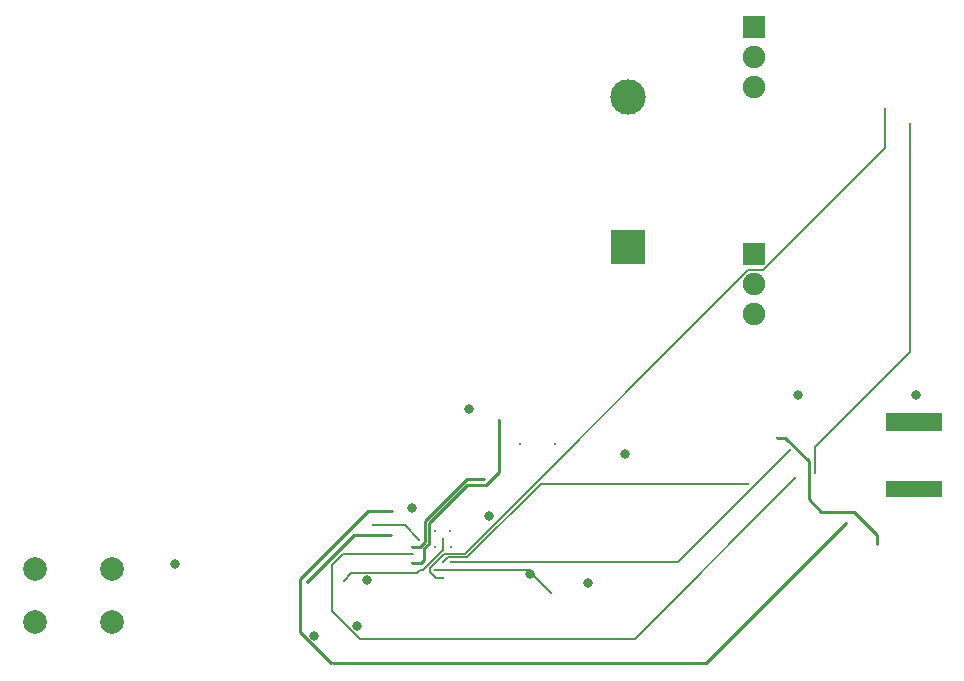
<source format=gbr>
%TF.GenerationSoftware,KiCad,Pcbnew,6.0.9-8da3e8f707~117~ubuntu22.04.1*%
%TF.CreationDate,2022-12-19T03:44:25-03:00*%
%TF.ProjectId,kiproject,6b697072-6f6a-4656-9374-2e6b69636164,rev?*%
%TF.SameCoordinates,Original*%
%TF.FileFunction,Copper,L4,Bot*%
%TF.FilePolarity,Positive*%
%FSLAX46Y46*%
G04 Gerber Fmt 4.6, Leading zero omitted, Abs format (unit mm)*
G04 Created by KiCad (PCBNEW 6.0.9-8da3e8f707~117~ubuntu22.04.1) date 2022-12-19 03:44:25*
%MOMM*%
%LPD*%
G01*
G04 APERTURE LIST*
%TA.AperFunction,ComponentPad*%
%ADD10C,2.000000*%
%TD*%
%TA.AperFunction,ComponentPad*%
%ADD11R,3.000000X3.000000*%
%TD*%
%TA.AperFunction,ComponentPad*%
%ADD12C,3.000000*%
%TD*%
%TA.AperFunction,ComponentPad*%
%ADD13R,1.905000X1.905000*%
%TD*%
%TA.AperFunction,ComponentPad*%
%ADD14C,1.905000*%
%TD*%
%TA.AperFunction,SMDPad,CuDef*%
%ADD15R,4.700000X1.350000*%
%TD*%
%TA.AperFunction,SMDPad,CuDef*%
%ADD16R,4.700000X1.500000*%
%TD*%
%TA.AperFunction,ViaPad*%
%ADD17C,0.800000*%
%TD*%
%TA.AperFunction,ViaPad*%
%ADD18C,0.300000*%
%TD*%
%TA.AperFunction,Conductor*%
%ADD19C,0.200000*%
%TD*%
%TA.AperFunction,Conductor*%
%ADD20C,0.293370*%
%TD*%
%TA.AperFunction,Conductor*%
%ADD21C,0.250000*%
%TD*%
G04 APERTURE END LIST*
D10*
%TO.P,SW1,1,1*%
%TO.N,GND*%
X46177200Y-84552400D03*
X39677200Y-84552400D03*
%TO.P,SW1,2,2*%
%TO.N,Net-(R1-Pad2)*%
X39677200Y-89052400D03*
X46177200Y-89052400D03*
%TD*%
D11*
%TO.P,BT1,1,+*%
%TO.N,Net-(BT1-Pad1)*%
X89865200Y-57302400D03*
D12*
%TO.P,BT1,2,-*%
%TO.N,GND*%
X89865200Y-44602400D03*
%TD*%
D13*
%TO.P,U1,1,GND*%
%TO.N,GND*%
X100533200Y-57861200D03*
D14*
%TO.P,U1,2,VO*%
%TO.N,VDD*%
X100533200Y-60401200D03*
%TO.P,U1,3,VI*%
%TO.N,Net-(BT1-Pad1)*%
X100533200Y-62941200D03*
%TD*%
D13*
%TO.P,U2,1,GND*%
%TO.N,GND*%
X100533200Y-38709600D03*
D14*
%TO.P,U2,2,VO*%
%TO.N,VDDA*%
X100533200Y-41249600D03*
%TO.P,U2,3,VI*%
%TO.N,Net-(BT1-Pad1)*%
X100533200Y-43789600D03*
%TD*%
D15*
%TO.P,J1,2*%
%TO.N,GND*%
X114076300Y-77805800D03*
D16*
X114076300Y-72155800D03*
%TD*%
D17*
%TO.N,GND*%
X89650000Y-74825000D03*
X86500000Y-85725000D03*
D18*
X80725000Y-73950000D03*
D17*
X63347600Y-90271600D03*
D18*
X73575000Y-81375000D03*
D17*
X104325000Y-69850000D03*
D18*
X74875000Y-81375000D03*
X74900000Y-82725000D03*
D17*
X114250000Y-69850000D03*
D18*
X83700000Y-73950000D03*
D17*
X71625000Y-79425000D03*
X67818000Y-85496400D03*
D18*
X73575000Y-82725000D03*
D17*
X76475000Y-71025000D03*
D18*
%TO.N,RFSW PWR*%
X74250000Y-84000000D03*
X113750200Y-46875200D03*
X105725000Y-76450000D03*
X100050000Y-77325000D03*
%TO.N,Net-(C17-Pad1)*%
X102550000Y-73450000D03*
X111000000Y-82450000D03*
%TO.N,RFO HF*%
X69800000Y-81725000D03*
X62700000Y-85700000D03*
%TO.N,VR PA*%
X71625000Y-82700000D03*
X77725000Y-76975000D03*
%TO.N,RFI HF*%
X108325000Y-80700000D03*
X69900000Y-79650000D03*
%TO.N,PA BOOST*%
X71600000Y-84050000D03*
X71600000Y-84050000D03*
X78975000Y-71925000D03*
%TO.N,TXRX*%
X71625000Y-83325000D03*
X104075000Y-76875000D03*
%TO.N,BAND SEL*%
X74900000Y-84000000D03*
X103650000Y-74525000D03*
%TO.N,XTA*%
X111700000Y-45575000D03*
X74246650Y-85328350D03*
D17*
%TO.N,VDD*%
X78150000Y-80075000D03*
D18*
X83375000Y-86625000D03*
D17*
X81610200Y-84963000D03*
D18*
X73600000Y-84650000D03*
D17*
X51562000Y-84124800D03*
D18*
%TO.N,Net-(C3-Pad1)*%
X65825000Y-85550000D03*
X74225000Y-82050000D03*
D17*
%TO.N,VDDA*%
X66954400Y-89357200D03*
D18*
X72250000Y-82075000D03*
X68300000Y-80825000D03*
%TD*%
D19*
%TO.N,RFSW PWR*%
X105725000Y-76450000D02*
X105725000Y-74250000D01*
X105725000Y-74250000D02*
X113750200Y-66224800D01*
X113750200Y-66224800D02*
X113750200Y-46875200D01*
X76300000Y-83550000D02*
X74700000Y-83550000D01*
X74700000Y-83550000D02*
X74250000Y-84000000D01*
X100050000Y-77325000D02*
X82525000Y-77325000D01*
X82525000Y-77325000D02*
X76300000Y-83550000D01*
D20*
%TO.N,Net-(C17-Pad1)*%
X102550000Y-73450000D02*
X103211397Y-73450000D01*
X109025000Y-79700000D02*
X111000000Y-81675000D01*
X111000000Y-81675000D02*
X111000000Y-82450000D01*
X106275000Y-79700000D02*
X109025000Y-79700000D01*
X105200000Y-75438603D02*
X105200000Y-78625000D01*
X103211397Y-73450000D02*
X105200000Y-75438603D01*
X105200000Y-78625000D02*
X106275000Y-79700000D01*
%TO.N,RFO HF*%
X66675000Y-81725000D02*
X69800000Y-81725000D01*
X62700000Y-85700000D02*
X66675000Y-81725000D01*
D21*
%TO.N,VR PA*%
X72725000Y-80500000D02*
X72725000Y-82271752D01*
X76250000Y-76975000D02*
X72725000Y-80500000D01*
X72296752Y-82700000D02*
X71625000Y-82700000D01*
X77725000Y-76975000D02*
X76250000Y-76975000D01*
X72725000Y-82271752D02*
X72296752Y-82700000D01*
D20*
%TO.N,RFI HF*%
X64767428Y-92524400D02*
X62125000Y-89881972D01*
X62125000Y-89881972D02*
X62125000Y-85425000D01*
D19*
X64950000Y-92524400D02*
X64767428Y-92524400D01*
D20*
X108325000Y-80700000D02*
X96500600Y-92524400D01*
X62125000Y-85425000D02*
X67900000Y-79650000D01*
X67900000Y-79650000D02*
X69900000Y-79650000D01*
D19*
X69900000Y-79650000D02*
X69925000Y-79650000D01*
D20*
X96500600Y-92524400D02*
X64950000Y-92524400D01*
%TO.N,PA BOOST*%
X72350000Y-84050000D02*
X72600000Y-83800000D01*
X73039000Y-80686000D02*
X76300000Y-77425000D01*
X73039000Y-82401816D02*
X73039000Y-80686000D01*
X72600000Y-82840816D02*
X73039000Y-82401816D01*
X78975000Y-76361397D02*
X78975000Y-71925000D01*
X71600000Y-84050000D02*
X72350000Y-84050000D01*
X76300000Y-77425000D02*
X77911397Y-77425000D01*
X72600000Y-83800000D02*
X72600000Y-82840816D01*
X77911397Y-77425000D02*
X78975000Y-76361397D01*
D19*
%TO.N,TXRX*%
X104075000Y-76875000D02*
X90500000Y-90450000D01*
X90500000Y-90450000D02*
X67214228Y-90450000D01*
X71625000Y-83325000D02*
X71675000Y-83325000D01*
X64875000Y-88110772D02*
X64875000Y-84200000D01*
X65750000Y-83325000D02*
X71625000Y-83325000D01*
X67214228Y-90450000D02*
X64875000Y-88110772D01*
X64875000Y-84200000D02*
X65750000Y-83325000D01*
%TO.N,BAND SEL*%
X103650000Y-74525000D02*
X94175000Y-84000000D01*
X94175000Y-84000000D02*
X74900000Y-84000000D01*
%TO.N,XTA*%
X101340300Y-59259700D02*
X100060375Y-59259700D01*
X74352603Y-83261000D02*
X73150000Y-84463603D01*
X111700000Y-48900000D02*
X101340300Y-59259700D01*
X76064000Y-83261000D02*
X74352603Y-83261000D01*
X99391700Y-59928375D02*
X99391700Y-59933300D01*
X111700000Y-45575000D02*
X111700000Y-48900000D01*
X73150000Y-84836397D02*
X73641953Y-85328350D01*
X100060375Y-59259700D02*
X99391700Y-59928375D01*
X99391700Y-59933300D02*
X76064000Y-83261000D01*
X73641953Y-85328350D02*
X74246650Y-85328350D01*
X73150000Y-84463603D02*
X73150000Y-84836397D01*
%TO.N,VDD*%
X73600000Y-84650000D02*
X81400000Y-84650000D01*
X81400000Y-84650000D02*
X83375000Y-86625000D01*
%TO.N,Net-(C3-Pad1)*%
X66467600Y-84907400D02*
X65825000Y-85550000D01*
X74225000Y-82975000D02*
X72575000Y-84625000D01*
X72300000Y-84625000D02*
X72017600Y-84907400D01*
X74225000Y-82050000D02*
X74225000Y-82975000D01*
X72017600Y-84907400D02*
X66467600Y-84907400D01*
X72575000Y-84625000D02*
X72300000Y-84625000D01*
%TO.N,VDDA*%
X68300000Y-80825000D02*
X71000000Y-80825000D01*
X71000000Y-80825000D02*
X72250000Y-82075000D01*
%TD*%
M02*

</source>
